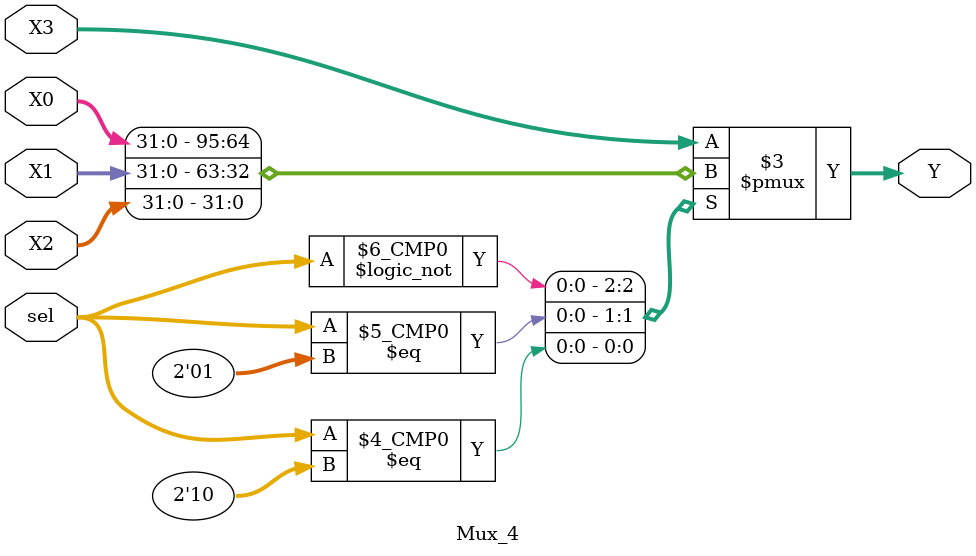
<source format=v>
module Mux_4(
    input wire [31:0] X0, X1, X2, X3,
    input wire [1:0] sel,
    output reg [31:0] Y
    );
    
    always @*
      case(sel)
        0: Y = X0;
        1: Y = X1;
        2: Y = X2;
        default: Y = X3;
      endcase
endmodule

</source>
